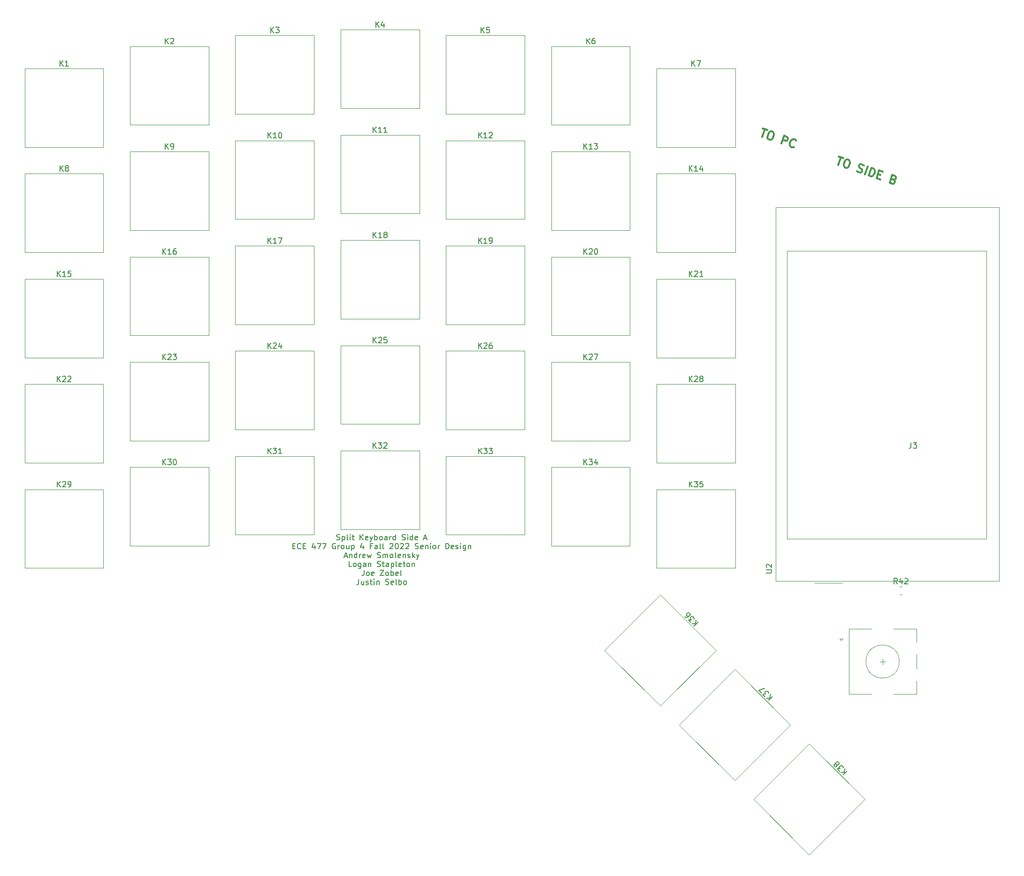
<source format=gbr>
%TF.GenerationSoftware,KiCad,Pcbnew,(6.0.7-1)-1*%
%TF.CreationDate,2022-10-21T17:23:08-04:00*%
%TF.ProjectId,Splitboard-A,53706c69-7462-46f6-9172-642d412e6b69,rev?*%
%TF.SameCoordinates,Original*%
%TF.FileFunction,Legend,Top*%
%TF.FilePolarity,Positive*%
%FSLAX46Y46*%
G04 Gerber Fmt 4.6, Leading zero omitted, Abs format (unit mm)*
G04 Created by KiCad (PCBNEW (6.0.7-1)-1) date 2022-10-21 17:23:08*
%MOMM*%
%LPD*%
G01*
G04 APERTURE LIST*
%ADD10C,0.300000*%
%ADD11C,0.150000*%
%ADD12C,0.120000*%
G04 APERTURE END LIST*
D10*
X231043927Y-43721200D02*
X231854371Y-44000258D01*
X230960797Y-45279007D02*
X231449149Y-43860729D01*
X232597279Y-44256062D02*
X232867427Y-44349081D01*
X232979246Y-44463128D01*
X233067810Y-44644712D01*
X233042328Y-44938115D01*
X232879544Y-45410874D01*
X232718987Y-45657767D01*
X232537403Y-45746332D01*
X232379074Y-45767359D01*
X232108926Y-45674339D01*
X231997107Y-45560293D01*
X231908543Y-45378709D01*
X231934025Y-45085306D01*
X232096809Y-44612547D01*
X232257366Y-44365653D01*
X232438950Y-44277089D01*
X232597279Y-44256062D01*
X234405186Y-46465005D02*
X234893538Y-45046727D01*
X235433834Y-45232766D01*
X235545653Y-45346813D01*
X235589936Y-45437605D01*
X235610963Y-45595934D01*
X235541198Y-45798545D01*
X235427152Y-45910364D01*
X235336360Y-45954646D01*
X235178031Y-45975673D01*
X234637734Y-45789635D01*
X236680418Y-47097342D02*
X236589626Y-47141624D01*
X236363760Y-47139396D01*
X236228686Y-47092886D01*
X236049330Y-46955585D01*
X235960765Y-46774001D01*
X235939738Y-46615672D01*
X235965220Y-46322269D01*
X236034985Y-46119658D01*
X236195541Y-45872765D01*
X236309588Y-45760945D01*
X236491172Y-45672381D01*
X236717038Y-45674609D01*
X236852112Y-45721118D01*
X237031468Y-45858420D01*
X237075751Y-45949212D01*
D11*
X154180952Y-117979761D02*
X154323809Y-118027380D01*
X154561904Y-118027380D01*
X154657142Y-117979761D01*
X154704761Y-117932142D01*
X154752380Y-117836904D01*
X154752380Y-117741666D01*
X154704761Y-117646428D01*
X154657142Y-117598809D01*
X154561904Y-117551190D01*
X154371428Y-117503571D01*
X154276190Y-117455952D01*
X154228571Y-117408333D01*
X154180952Y-117313095D01*
X154180952Y-117217857D01*
X154228571Y-117122619D01*
X154276190Y-117075000D01*
X154371428Y-117027380D01*
X154609523Y-117027380D01*
X154752380Y-117075000D01*
X155180952Y-117360714D02*
X155180952Y-118360714D01*
X155180952Y-117408333D02*
X155276190Y-117360714D01*
X155466666Y-117360714D01*
X155561904Y-117408333D01*
X155609523Y-117455952D01*
X155657142Y-117551190D01*
X155657142Y-117836904D01*
X155609523Y-117932142D01*
X155561904Y-117979761D01*
X155466666Y-118027380D01*
X155276190Y-118027380D01*
X155180952Y-117979761D01*
X156228571Y-118027380D02*
X156133333Y-117979761D01*
X156085714Y-117884523D01*
X156085714Y-117027380D01*
X156609523Y-118027380D02*
X156609523Y-117360714D01*
X156609523Y-117027380D02*
X156561904Y-117075000D01*
X156609523Y-117122619D01*
X156657142Y-117075000D01*
X156609523Y-117027380D01*
X156609523Y-117122619D01*
X156942857Y-117360714D02*
X157323809Y-117360714D01*
X157085714Y-117027380D02*
X157085714Y-117884523D01*
X157133333Y-117979761D01*
X157228571Y-118027380D01*
X157323809Y-118027380D01*
X158419047Y-118027380D02*
X158419047Y-117027380D01*
X158990476Y-118027380D02*
X158561904Y-117455952D01*
X158990476Y-117027380D02*
X158419047Y-117598809D01*
X159800000Y-117979761D02*
X159704761Y-118027380D01*
X159514285Y-118027380D01*
X159419047Y-117979761D01*
X159371428Y-117884523D01*
X159371428Y-117503571D01*
X159419047Y-117408333D01*
X159514285Y-117360714D01*
X159704761Y-117360714D01*
X159800000Y-117408333D01*
X159847619Y-117503571D01*
X159847619Y-117598809D01*
X159371428Y-117694047D01*
X160180952Y-117360714D02*
X160419047Y-118027380D01*
X160657142Y-117360714D02*
X160419047Y-118027380D01*
X160323809Y-118265476D01*
X160276190Y-118313095D01*
X160180952Y-118360714D01*
X161038095Y-118027380D02*
X161038095Y-117027380D01*
X161038095Y-117408333D02*
X161133333Y-117360714D01*
X161323809Y-117360714D01*
X161419047Y-117408333D01*
X161466666Y-117455952D01*
X161514285Y-117551190D01*
X161514285Y-117836904D01*
X161466666Y-117932142D01*
X161419047Y-117979761D01*
X161323809Y-118027380D01*
X161133333Y-118027380D01*
X161038095Y-117979761D01*
X162085714Y-118027380D02*
X161990476Y-117979761D01*
X161942857Y-117932142D01*
X161895238Y-117836904D01*
X161895238Y-117551190D01*
X161942857Y-117455952D01*
X161990476Y-117408333D01*
X162085714Y-117360714D01*
X162228571Y-117360714D01*
X162323809Y-117408333D01*
X162371428Y-117455952D01*
X162419047Y-117551190D01*
X162419047Y-117836904D01*
X162371428Y-117932142D01*
X162323809Y-117979761D01*
X162228571Y-118027380D01*
X162085714Y-118027380D01*
X163276190Y-118027380D02*
X163276190Y-117503571D01*
X163228571Y-117408333D01*
X163133333Y-117360714D01*
X162942857Y-117360714D01*
X162847619Y-117408333D01*
X163276190Y-117979761D02*
X163180952Y-118027380D01*
X162942857Y-118027380D01*
X162847619Y-117979761D01*
X162800000Y-117884523D01*
X162800000Y-117789285D01*
X162847619Y-117694047D01*
X162942857Y-117646428D01*
X163180952Y-117646428D01*
X163276190Y-117598809D01*
X163752380Y-118027380D02*
X163752380Y-117360714D01*
X163752380Y-117551190D02*
X163800000Y-117455952D01*
X163847619Y-117408333D01*
X163942857Y-117360714D01*
X164038095Y-117360714D01*
X164800000Y-118027380D02*
X164800000Y-117027380D01*
X164800000Y-117979761D02*
X164704761Y-118027380D01*
X164514285Y-118027380D01*
X164419047Y-117979761D01*
X164371428Y-117932142D01*
X164323809Y-117836904D01*
X164323809Y-117551190D01*
X164371428Y-117455952D01*
X164419047Y-117408333D01*
X164514285Y-117360714D01*
X164704761Y-117360714D01*
X164800000Y-117408333D01*
X165990476Y-117979761D02*
X166133333Y-118027380D01*
X166371428Y-118027380D01*
X166466666Y-117979761D01*
X166514285Y-117932142D01*
X166561904Y-117836904D01*
X166561904Y-117741666D01*
X166514285Y-117646428D01*
X166466666Y-117598809D01*
X166371428Y-117551190D01*
X166180952Y-117503571D01*
X166085714Y-117455952D01*
X166038095Y-117408333D01*
X165990476Y-117313095D01*
X165990476Y-117217857D01*
X166038095Y-117122619D01*
X166085714Y-117075000D01*
X166180952Y-117027380D01*
X166419047Y-117027380D01*
X166561904Y-117075000D01*
X166990476Y-118027380D02*
X166990476Y-117360714D01*
X166990476Y-117027380D02*
X166942857Y-117075000D01*
X166990476Y-117122619D01*
X167038095Y-117075000D01*
X166990476Y-117027380D01*
X166990476Y-117122619D01*
X167895238Y-118027380D02*
X167895238Y-117027380D01*
X167895238Y-117979761D02*
X167800000Y-118027380D01*
X167609523Y-118027380D01*
X167514285Y-117979761D01*
X167466666Y-117932142D01*
X167419047Y-117836904D01*
X167419047Y-117551190D01*
X167466666Y-117455952D01*
X167514285Y-117408333D01*
X167609523Y-117360714D01*
X167800000Y-117360714D01*
X167895238Y-117408333D01*
X168752380Y-117979761D02*
X168657142Y-118027380D01*
X168466666Y-118027380D01*
X168371428Y-117979761D01*
X168323809Y-117884523D01*
X168323809Y-117503571D01*
X168371428Y-117408333D01*
X168466666Y-117360714D01*
X168657142Y-117360714D01*
X168752380Y-117408333D01*
X168800000Y-117503571D01*
X168800000Y-117598809D01*
X168323809Y-117694047D01*
X169942857Y-117741666D02*
X170419047Y-117741666D01*
X169847619Y-118027380D02*
X170180952Y-117027380D01*
X170514285Y-118027380D01*
X146252380Y-119113571D02*
X146585714Y-119113571D01*
X146728571Y-119637380D02*
X146252380Y-119637380D01*
X146252380Y-118637380D01*
X146728571Y-118637380D01*
X147728571Y-119542142D02*
X147680952Y-119589761D01*
X147538095Y-119637380D01*
X147442857Y-119637380D01*
X147300000Y-119589761D01*
X147204761Y-119494523D01*
X147157142Y-119399285D01*
X147109523Y-119208809D01*
X147109523Y-119065952D01*
X147157142Y-118875476D01*
X147204761Y-118780238D01*
X147300000Y-118685000D01*
X147442857Y-118637380D01*
X147538095Y-118637380D01*
X147680952Y-118685000D01*
X147728571Y-118732619D01*
X148157142Y-119113571D02*
X148490476Y-119113571D01*
X148633333Y-119637380D02*
X148157142Y-119637380D01*
X148157142Y-118637380D01*
X148633333Y-118637380D01*
X150252380Y-118970714D02*
X150252380Y-119637380D01*
X150014285Y-118589761D02*
X149776190Y-119304047D01*
X150395238Y-119304047D01*
X150680952Y-118637380D02*
X151347619Y-118637380D01*
X150919047Y-119637380D01*
X151633333Y-118637380D02*
X152300000Y-118637380D01*
X151871428Y-119637380D01*
X153966666Y-118685000D02*
X153871428Y-118637380D01*
X153728571Y-118637380D01*
X153585714Y-118685000D01*
X153490476Y-118780238D01*
X153442857Y-118875476D01*
X153395238Y-119065952D01*
X153395238Y-119208809D01*
X153442857Y-119399285D01*
X153490476Y-119494523D01*
X153585714Y-119589761D01*
X153728571Y-119637380D01*
X153823809Y-119637380D01*
X153966666Y-119589761D01*
X154014285Y-119542142D01*
X154014285Y-119208809D01*
X153823809Y-119208809D01*
X154442857Y-119637380D02*
X154442857Y-118970714D01*
X154442857Y-119161190D02*
X154490476Y-119065952D01*
X154538095Y-119018333D01*
X154633333Y-118970714D01*
X154728571Y-118970714D01*
X155204761Y-119637380D02*
X155109523Y-119589761D01*
X155061904Y-119542142D01*
X155014285Y-119446904D01*
X155014285Y-119161190D01*
X155061904Y-119065952D01*
X155109523Y-119018333D01*
X155204761Y-118970714D01*
X155347619Y-118970714D01*
X155442857Y-119018333D01*
X155490476Y-119065952D01*
X155538095Y-119161190D01*
X155538095Y-119446904D01*
X155490476Y-119542142D01*
X155442857Y-119589761D01*
X155347619Y-119637380D01*
X155204761Y-119637380D01*
X156395238Y-118970714D02*
X156395238Y-119637380D01*
X155966666Y-118970714D02*
X155966666Y-119494523D01*
X156014285Y-119589761D01*
X156109523Y-119637380D01*
X156252380Y-119637380D01*
X156347619Y-119589761D01*
X156395238Y-119542142D01*
X156871428Y-118970714D02*
X156871428Y-119970714D01*
X156871428Y-119018333D02*
X156966666Y-118970714D01*
X157157142Y-118970714D01*
X157252380Y-119018333D01*
X157300000Y-119065952D01*
X157347619Y-119161190D01*
X157347619Y-119446904D01*
X157300000Y-119542142D01*
X157252380Y-119589761D01*
X157157142Y-119637380D01*
X156966666Y-119637380D01*
X156871428Y-119589761D01*
X158966666Y-118970714D02*
X158966666Y-119637380D01*
X158728571Y-118589761D02*
X158490476Y-119304047D01*
X159109523Y-119304047D01*
X160585714Y-119113571D02*
X160252380Y-119113571D01*
X160252380Y-119637380D02*
X160252380Y-118637380D01*
X160728571Y-118637380D01*
X161538095Y-119637380D02*
X161538095Y-119113571D01*
X161490476Y-119018333D01*
X161395238Y-118970714D01*
X161204761Y-118970714D01*
X161109523Y-119018333D01*
X161538095Y-119589761D02*
X161442857Y-119637380D01*
X161204761Y-119637380D01*
X161109523Y-119589761D01*
X161061904Y-119494523D01*
X161061904Y-119399285D01*
X161109523Y-119304047D01*
X161204761Y-119256428D01*
X161442857Y-119256428D01*
X161538095Y-119208809D01*
X162157142Y-119637380D02*
X162061904Y-119589761D01*
X162014285Y-119494523D01*
X162014285Y-118637380D01*
X162680952Y-119637380D02*
X162585714Y-119589761D01*
X162538095Y-119494523D01*
X162538095Y-118637380D01*
X163776190Y-118732619D02*
X163823809Y-118685000D01*
X163919047Y-118637380D01*
X164157142Y-118637380D01*
X164252380Y-118685000D01*
X164299999Y-118732619D01*
X164347619Y-118827857D01*
X164347619Y-118923095D01*
X164299999Y-119065952D01*
X163728571Y-119637380D01*
X164347619Y-119637380D01*
X164966666Y-118637380D02*
X165061904Y-118637380D01*
X165157142Y-118685000D01*
X165204761Y-118732619D01*
X165252380Y-118827857D01*
X165299999Y-119018333D01*
X165299999Y-119256428D01*
X165252380Y-119446904D01*
X165204761Y-119542142D01*
X165157142Y-119589761D01*
X165061904Y-119637380D01*
X164966666Y-119637380D01*
X164871428Y-119589761D01*
X164823809Y-119542142D01*
X164776190Y-119446904D01*
X164728571Y-119256428D01*
X164728571Y-119018333D01*
X164776190Y-118827857D01*
X164823809Y-118732619D01*
X164871428Y-118685000D01*
X164966666Y-118637380D01*
X165680952Y-118732619D02*
X165728571Y-118685000D01*
X165823809Y-118637380D01*
X166061904Y-118637380D01*
X166157142Y-118685000D01*
X166204761Y-118732619D01*
X166252380Y-118827857D01*
X166252380Y-118923095D01*
X166204761Y-119065952D01*
X165633333Y-119637380D01*
X166252380Y-119637380D01*
X166633333Y-118732619D02*
X166680952Y-118685000D01*
X166776190Y-118637380D01*
X167014285Y-118637380D01*
X167109523Y-118685000D01*
X167157142Y-118732619D01*
X167204761Y-118827857D01*
X167204761Y-118923095D01*
X167157142Y-119065952D01*
X166585714Y-119637380D01*
X167204761Y-119637380D01*
X168347619Y-119589761D02*
X168490476Y-119637380D01*
X168728571Y-119637380D01*
X168823809Y-119589761D01*
X168871428Y-119542142D01*
X168919047Y-119446904D01*
X168919047Y-119351666D01*
X168871428Y-119256428D01*
X168823809Y-119208809D01*
X168728571Y-119161190D01*
X168538095Y-119113571D01*
X168442857Y-119065952D01*
X168395238Y-119018333D01*
X168347619Y-118923095D01*
X168347619Y-118827857D01*
X168395238Y-118732619D01*
X168442857Y-118685000D01*
X168538095Y-118637380D01*
X168776190Y-118637380D01*
X168919047Y-118685000D01*
X169728571Y-119589761D02*
X169633333Y-119637380D01*
X169442857Y-119637380D01*
X169347619Y-119589761D01*
X169299999Y-119494523D01*
X169299999Y-119113571D01*
X169347619Y-119018333D01*
X169442857Y-118970714D01*
X169633333Y-118970714D01*
X169728571Y-119018333D01*
X169776190Y-119113571D01*
X169776190Y-119208809D01*
X169299999Y-119304047D01*
X170204761Y-118970714D02*
X170204761Y-119637380D01*
X170204761Y-119065952D02*
X170252380Y-119018333D01*
X170347619Y-118970714D01*
X170490476Y-118970714D01*
X170585714Y-119018333D01*
X170633333Y-119113571D01*
X170633333Y-119637380D01*
X171109523Y-119637380D02*
X171109523Y-118970714D01*
X171109523Y-118637380D02*
X171061904Y-118685000D01*
X171109523Y-118732619D01*
X171157142Y-118685000D01*
X171109523Y-118637380D01*
X171109523Y-118732619D01*
X171728571Y-119637380D02*
X171633333Y-119589761D01*
X171585714Y-119542142D01*
X171538095Y-119446904D01*
X171538095Y-119161190D01*
X171585714Y-119065952D01*
X171633333Y-119018333D01*
X171728571Y-118970714D01*
X171871428Y-118970714D01*
X171966666Y-119018333D01*
X172014285Y-119065952D01*
X172061904Y-119161190D01*
X172061904Y-119446904D01*
X172014285Y-119542142D01*
X171966666Y-119589761D01*
X171871428Y-119637380D01*
X171728571Y-119637380D01*
X172490476Y-119637380D02*
X172490476Y-118970714D01*
X172490476Y-119161190D02*
X172538095Y-119065952D01*
X172585714Y-119018333D01*
X172680952Y-118970714D01*
X172776190Y-118970714D01*
X173871428Y-119637380D02*
X173871428Y-118637380D01*
X174109523Y-118637380D01*
X174252380Y-118685000D01*
X174347619Y-118780238D01*
X174395238Y-118875476D01*
X174442857Y-119065952D01*
X174442857Y-119208809D01*
X174395238Y-119399285D01*
X174347619Y-119494523D01*
X174252380Y-119589761D01*
X174109523Y-119637380D01*
X173871428Y-119637380D01*
X175252380Y-119589761D02*
X175157142Y-119637380D01*
X174966666Y-119637380D01*
X174871428Y-119589761D01*
X174823809Y-119494523D01*
X174823809Y-119113571D01*
X174871428Y-119018333D01*
X174966666Y-118970714D01*
X175157142Y-118970714D01*
X175252380Y-119018333D01*
X175299999Y-119113571D01*
X175299999Y-119208809D01*
X174823809Y-119304047D01*
X175680952Y-119589761D02*
X175776190Y-119637380D01*
X175966666Y-119637380D01*
X176061904Y-119589761D01*
X176109523Y-119494523D01*
X176109523Y-119446904D01*
X176061904Y-119351666D01*
X175966666Y-119304047D01*
X175823809Y-119304047D01*
X175728571Y-119256428D01*
X175680952Y-119161190D01*
X175680952Y-119113571D01*
X175728571Y-119018333D01*
X175823809Y-118970714D01*
X175966666Y-118970714D01*
X176061904Y-119018333D01*
X176538095Y-119637380D02*
X176538095Y-118970714D01*
X176538095Y-118637380D02*
X176490476Y-118685000D01*
X176538095Y-118732619D01*
X176585714Y-118685000D01*
X176538095Y-118637380D01*
X176538095Y-118732619D01*
X177442857Y-118970714D02*
X177442857Y-119780238D01*
X177395238Y-119875476D01*
X177347619Y-119923095D01*
X177252380Y-119970714D01*
X177109523Y-119970714D01*
X177014285Y-119923095D01*
X177442857Y-119589761D02*
X177347619Y-119637380D01*
X177157142Y-119637380D01*
X177061904Y-119589761D01*
X177014285Y-119542142D01*
X176966666Y-119446904D01*
X176966666Y-119161190D01*
X177014285Y-119065952D01*
X177061904Y-119018333D01*
X177157142Y-118970714D01*
X177347619Y-118970714D01*
X177442857Y-119018333D01*
X177919047Y-118970714D02*
X177919047Y-119637380D01*
X177919047Y-119065952D02*
X177966666Y-119018333D01*
X178061904Y-118970714D01*
X178204761Y-118970714D01*
X178299999Y-119018333D01*
X178347619Y-119113571D01*
X178347619Y-119637380D01*
X155585714Y-120961666D02*
X156061904Y-120961666D01*
X155490476Y-121247380D02*
X155823809Y-120247380D01*
X156157142Y-121247380D01*
X156490476Y-120580714D02*
X156490476Y-121247380D01*
X156490476Y-120675952D02*
X156538095Y-120628333D01*
X156633333Y-120580714D01*
X156776190Y-120580714D01*
X156871428Y-120628333D01*
X156919047Y-120723571D01*
X156919047Y-121247380D01*
X157823809Y-121247380D02*
X157823809Y-120247380D01*
X157823809Y-121199761D02*
X157728571Y-121247380D01*
X157538095Y-121247380D01*
X157442857Y-121199761D01*
X157395238Y-121152142D01*
X157347619Y-121056904D01*
X157347619Y-120771190D01*
X157395238Y-120675952D01*
X157442857Y-120628333D01*
X157538095Y-120580714D01*
X157728571Y-120580714D01*
X157823809Y-120628333D01*
X158300000Y-121247380D02*
X158300000Y-120580714D01*
X158300000Y-120771190D02*
X158347619Y-120675952D01*
X158395238Y-120628333D01*
X158490476Y-120580714D01*
X158585714Y-120580714D01*
X159300000Y-121199761D02*
X159204761Y-121247380D01*
X159014285Y-121247380D01*
X158919047Y-121199761D01*
X158871428Y-121104523D01*
X158871428Y-120723571D01*
X158919047Y-120628333D01*
X159014285Y-120580714D01*
X159204761Y-120580714D01*
X159300000Y-120628333D01*
X159347619Y-120723571D01*
X159347619Y-120818809D01*
X158871428Y-120914047D01*
X159680952Y-120580714D02*
X159871428Y-121247380D01*
X160061904Y-120771190D01*
X160252380Y-121247380D01*
X160442857Y-120580714D01*
X161538095Y-121199761D02*
X161680952Y-121247380D01*
X161919047Y-121247380D01*
X162014285Y-121199761D01*
X162061904Y-121152142D01*
X162109523Y-121056904D01*
X162109523Y-120961666D01*
X162061904Y-120866428D01*
X162014285Y-120818809D01*
X161919047Y-120771190D01*
X161728571Y-120723571D01*
X161633333Y-120675952D01*
X161585714Y-120628333D01*
X161538095Y-120533095D01*
X161538095Y-120437857D01*
X161585714Y-120342619D01*
X161633333Y-120295000D01*
X161728571Y-120247380D01*
X161966666Y-120247380D01*
X162109523Y-120295000D01*
X162538095Y-121247380D02*
X162538095Y-120580714D01*
X162538095Y-120675952D02*
X162585714Y-120628333D01*
X162680952Y-120580714D01*
X162823809Y-120580714D01*
X162919047Y-120628333D01*
X162966666Y-120723571D01*
X162966666Y-121247380D01*
X162966666Y-120723571D02*
X163014285Y-120628333D01*
X163109523Y-120580714D01*
X163252380Y-120580714D01*
X163347619Y-120628333D01*
X163395238Y-120723571D01*
X163395238Y-121247380D01*
X164014285Y-121247380D02*
X163919047Y-121199761D01*
X163871428Y-121152142D01*
X163823809Y-121056904D01*
X163823809Y-120771190D01*
X163871428Y-120675952D01*
X163919047Y-120628333D01*
X164014285Y-120580714D01*
X164157142Y-120580714D01*
X164252380Y-120628333D01*
X164300000Y-120675952D01*
X164347619Y-120771190D01*
X164347619Y-121056904D01*
X164300000Y-121152142D01*
X164252380Y-121199761D01*
X164157142Y-121247380D01*
X164014285Y-121247380D01*
X164919047Y-121247380D02*
X164823809Y-121199761D01*
X164776190Y-121104523D01*
X164776190Y-120247380D01*
X165680952Y-121199761D02*
X165585714Y-121247380D01*
X165395238Y-121247380D01*
X165300000Y-121199761D01*
X165252380Y-121104523D01*
X165252380Y-120723571D01*
X165300000Y-120628333D01*
X165395238Y-120580714D01*
X165585714Y-120580714D01*
X165680952Y-120628333D01*
X165728571Y-120723571D01*
X165728571Y-120818809D01*
X165252380Y-120914047D01*
X166157142Y-120580714D02*
X166157142Y-121247380D01*
X166157142Y-120675952D02*
X166204761Y-120628333D01*
X166300000Y-120580714D01*
X166442857Y-120580714D01*
X166538095Y-120628333D01*
X166585714Y-120723571D01*
X166585714Y-121247380D01*
X167014285Y-121199761D02*
X167109523Y-121247380D01*
X167300000Y-121247380D01*
X167395238Y-121199761D01*
X167442857Y-121104523D01*
X167442857Y-121056904D01*
X167395238Y-120961666D01*
X167300000Y-120914047D01*
X167157142Y-120914047D01*
X167061904Y-120866428D01*
X167014285Y-120771190D01*
X167014285Y-120723571D01*
X167061904Y-120628333D01*
X167157142Y-120580714D01*
X167300000Y-120580714D01*
X167395238Y-120628333D01*
X167871428Y-121247380D02*
X167871428Y-120247380D01*
X167966666Y-120866428D02*
X168252380Y-121247380D01*
X168252380Y-120580714D02*
X167871428Y-120961666D01*
X168585714Y-120580714D02*
X168823809Y-121247380D01*
X169061904Y-120580714D02*
X168823809Y-121247380D01*
X168728571Y-121485476D01*
X168680952Y-121533095D01*
X168585714Y-121580714D01*
X156871428Y-122857380D02*
X156395238Y-122857380D01*
X156395238Y-121857380D01*
X157347619Y-122857380D02*
X157252380Y-122809761D01*
X157204761Y-122762142D01*
X157157142Y-122666904D01*
X157157142Y-122381190D01*
X157204761Y-122285952D01*
X157252380Y-122238333D01*
X157347619Y-122190714D01*
X157490476Y-122190714D01*
X157585714Y-122238333D01*
X157633333Y-122285952D01*
X157680952Y-122381190D01*
X157680952Y-122666904D01*
X157633333Y-122762142D01*
X157585714Y-122809761D01*
X157490476Y-122857380D01*
X157347619Y-122857380D01*
X158538095Y-122190714D02*
X158538095Y-123000238D01*
X158490476Y-123095476D01*
X158442857Y-123143095D01*
X158347619Y-123190714D01*
X158204761Y-123190714D01*
X158109523Y-123143095D01*
X158538095Y-122809761D02*
X158442857Y-122857380D01*
X158252380Y-122857380D01*
X158157142Y-122809761D01*
X158109523Y-122762142D01*
X158061904Y-122666904D01*
X158061904Y-122381190D01*
X158109523Y-122285952D01*
X158157142Y-122238333D01*
X158252380Y-122190714D01*
X158442857Y-122190714D01*
X158538095Y-122238333D01*
X159442857Y-122857380D02*
X159442857Y-122333571D01*
X159395238Y-122238333D01*
X159300000Y-122190714D01*
X159109523Y-122190714D01*
X159014285Y-122238333D01*
X159442857Y-122809761D02*
X159347619Y-122857380D01*
X159109523Y-122857380D01*
X159014285Y-122809761D01*
X158966666Y-122714523D01*
X158966666Y-122619285D01*
X159014285Y-122524047D01*
X159109523Y-122476428D01*
X159347619Y-122476428D01*
X159442857Y-122428809D01*
X159919047Y-122190714D02*
X159919047Y-122857380D01*
X159919047Y-122285952D02*
X159966666Y-122238333D01*
X160061904Y-122190714D01*
X160204761Y-122190714D01*
X160300000Y-122238333D01*
X160347619Y-122333571D01*
X160347619Y-122857380D01*
X161538095Y-122809761D02*
X161680952Y-122857380D01*
X161919047Y-122857380D01*
X162014285Y-122809761D01*
X162061904Y-122762142D01*
X162109523Y-122666904D01*
X162109523Y-122571666D01*
X162061904Y-122476428D01*
X162014285Y-122428809D01*
X161919047Y-122381190D01*
X161728571Y-122333571D01*
X161633333Y-122285952D01*
X161585714Y-122238333D01*
X161538095Y-122143095D01*
X161538095Y-122047857D01*
X161585714Y-121952619D01*
X161633333Y-121905000D01*
X161728571Y-121857380D01*
X161966666Y-121857380D01*
X162109523Y-121905000D01*
X162395238Y-122190714D02*
X162776190Y-122190714D01*
X162538095Y-121857380D02*
X162538095Y-122714523D01*
X162585714Y-122809761D01*
X162680952Y-122857380D01*
X162776190Y-122857380D01*
X163538095Y-122857380D02*
X163538095Y-122333571D01*
X163490476Y-122238333D01*
X163395238Y-122190714D01*
X163204761Y-122190714D01*
X163109523Y-122238333D01*
X163538095Y-122809761D02*
X163442857Y-122857380D01*
X163204761Y-122857380D01*
X163109523Y-122809761D01*
X163061904Y-122714523D01*
X163061904Y-122619285D01*
X163109523Y-122524047D01*
X163204761Y-122476428D01*
X163442857Y-122476428D01*
X163538095Y-122428809D01*
X164014285Y-122190714D02*
X164014285Y-123190714D01*
X164014285Y-122238333D02*
X164109523Y-122190714D01*
X164300000Y-122190714D01*
X164395238Y-122238333D01*
X164442857Y-122285952D01*
X164490476Y-122381190D01*
X164490476Y-122666904D01*
X164442857Y-122762142D01*
X164395238Y-122809761D01*
X164300000Y-122857380D01*
X164109523Y-122857380D01*
X164014285Y-122809761D01*
X165061904Y-122857380D02*
X164966666Y-122809761D01*
X164919047Y-122714523D01*
X164919047Y-121857380D01*
X165823809Y-122809761D02*
X165728571Y-122857380D01*
X165538095Y-122857380D01*
X165442857Y-122809761D01*
X165395238Y-122714523D01*
X165395238Y-122333571D01*
X165442857Y-122238333D01*
X165538095Y-122190714D01*
X165728571Y-122190714D01*
X165823809Y-122238333D01*
X165871428Y-122333571D01*
X165871428Y-122428809D01*
X165395238Y-122524047D01*
X166157142Y-122190714D02*
X166538095Y-122190714D01*
X166300000Y-121857380D02*
X166300000Y-122714523D01*
X166347619Y-122809761D01*
X166442857Y-122857380D01*
X166538095Y-122857380D01*
X167014285Y-122857380D02*
X166919047Y-122809761D01*
X166871428Y-122762142D01*
X166823809Y-122666904D01*
X166823809Y-122381190D01*
X166871428Y-122285952D01*
X166919047Y-122238333D01*
X167014285Y-122190714D01*
X167157142Y-122190714D01*
X167252380Y-122238333D01*
X167300000Y-122285952D01*
X167347619Y-122381190D01*
X167347619Y-122666904D01*
X167300000Y-122762142D01*
X167252380Y-122809761D01*
X167157142Y-122857380D01*
X167014285Y-122857380D01*
X167776190Y-122190714D02*
X167776190Y-122857380D01*
X167776190Y-122285952D02*
X167823809Y-122238333D01*
X167919047Y-122190714D01*
X168061904Y-122190714D01*
X168157142Y-122238333D01*
X168204761Y-122333571D01*
X168204761Y-122857380D01*
X159109523Y-123467380D02*
X159109523Y-124181666D01*
X159061904Y-124324523D01*
X158966666Y-124419761D01*
X158823809Y-124467380D01*
X158728571Y-124467380D01*
X159728571Y-124467380D02*
X159633333Y-124419761D01*
X159585714Y-124372142D01*
X159538095Y-124276904D01*
X159538095Y-123991190D01*
X159585714Y-123895952D01*
X159633333Y-123848333D01*
X159728571Y-123800714D01*
X159871428Y-123800714D01*
X159966666Y-123848333D01*
X160014285Y-123895952D01*
X160061904Y-123991190D01*
X160061904Y-124276904D01*
X160014285Y-124372142D01*
X159966666Y-124419761D01*
X159871428Y-124467380D01*
X159728571Y-124467380D01*
X160871428Y-124419761D02*
X160776190Y-124467380D01*
X160585714Y-124467380D01*
X160490476Y-124419761D01*
X160442857Y-124324523D01*
X160442857Y-123943571D01*
X160490476Y-123848333D01*
X160585714Y-123800714D01*
X160776190Y-123800714D01*
X160871428Y-123848333D01*
X160919047Y-123943571D01*
X160919047Y-124038809D01*
X160442857Y-124134047D01*
X162014285Y-123467380D02*
X162680952Y-123467380D01*
X162014285Y-124467380D01*
X162680952Y-124467380D01*
X163204761Y-124467380D02*
X163109523Y-124419761D01*
X163061904Y-124372142D01*
X163014285Y-124276904D01*
X163014285Y-123991190D01*
X163061904Y-123895952D01*
X163109523Y-123848333D01*
X163204761Y-123800714D01*
X163347619Y-123800714D01*
X163442857Y-123848333D01*
X163490476Y-123895952D01*
X163538095Y-123991190D01*
X163538095Y-124276904D01*
X163490476Y-124372142D01*
X163442857Y-124419761D01*
X163347619Y-124467380D01*
X163204761Y-124467380D01*
X163966666Y-124467380D02*
X163966666Y-123467380D01*
X163966666Y-123848333D02*
X164061904Y-123800714D01*
X164252380Y-123800714D01*
X164347619Y-123848333D01*
X164395238Y-123895952D01*
X164442857Y-123991190D01*
X164442857Y-124276904D01*
X164395238Y-124372142D01*
X164347619Y-124419761D01*
X164252380Y-124467380D01*
X164061904Y-124467380D01*
X163966666Y-124419761D01*
X165252380Y-124419761D02*
X165157142Y-124467380D01*
X164966666Y-124467380D01*
X164871428Y-124419761D01*
X164823809Y-124324523D01*
X164823809Y-123943571D01*
X164871428Y-123848333D01*
X164966666Y-123800714D01*
X165157142Y-123800714D01*
X165252380Y-123848333D01*
X165300000Y-123943571D01*
X165300000Y-124038809D01*
X164823809Y-124134047D01*
X165871428Y-124467380D02*
X165776190Y-124419761D01*
X165728571Y-124324523D01*
X165728571Y-123467380D01*
X158157142Y-125077380D02*
X158157142Y-125791666D01*
X158109523Y-125934523D01*
X158014285Y-126029761D01*
X157871428Y-126077380D01*
X157776190Y-126077380D01*
X159061904Y-125410714D02*
X159061904Y-126077380D01*
X158633333Y-125410714D02*
X158633333Y-125934523D01*
X158680952Y-126029761D01*
X158776190Y-126077380D01*
X158919047Y-126077380D01*
X159014285Y-126029761D01*
X159061904Y-125982142D01*
X159490476Y-126029761D02*
X159585714Y-126077380D01*
X159776190Y-126077380D01*
X159871428Y-126029761D01*
X159919047Y-125934523D01*
X159919047Y-125886904D01*
X159871428Y-125791666D01*
X159776190Y-125744047D01*
X159633333Y-125744047D01*
X159538095Y-125696428D01*
X159490476Y-125601190D01*
X159490476Y-125553571D01*
X159538095Y-125458333D01*
X159633333Y-125410714D01*
X159776190Y-125410714D01*
X159871428Y-125458333D01*
X160204761Y-125410714D02*
X160585714Y-125410714D01*
X160347619Y-125077380D02*
X160347619Y-125934523D01*
X160395238Y-126029761D01*
X160490476Y-126077380D01*
X160585714Y-126077380D01*
X160919047Y-126077380D02*
X160919047Y-125410714D01*
X160919047Y-125077380D02*
X160871428Y-125125000D01*
X160919047Y-125172619D01*
X160966666Y-125125000D01*
X160919047Y-125077380D01*
X160919047Y-125172619D01*
X161395238Y-125410714D02*
X161395238Y-126077380D01*
X161395238Y-125505952D02*
X161442857Y-125458333D01*
X161538095Y-125410714D01*
X161680952Y-125410714D01*
X161776190Y-125458333D01*
X161823809Y-125553571D01*
X161823809Y-126077380D01*
X163014285Y-126029761D02*
X163157142Y-126077380D01*
X163395238Y-126077380D01*
X163490476Y-126029761D01*
X163538095Y-125982142D01*
X163585714Y-125886904D01*
X163585714Y-125791666D01*
X163538095Y-125696428D01*
X163490476Y-125648809D01*
X163395238Y-125601190D01*
X163204761Y-125553571D01*
X163109523Y-125505952D01*
X163061904Y-125458333D01*
X163014285Y-125363095D01*
X163014285Y-125267857D01*
X163061904Y-125172619D01*
X163109523Y-125125000D01*
X163204761Y-125077380D01*
X163442857Y-125077380D01*
X163585714Y-125125000D01*
X164395238Y-126029761D02*
X164300000Y-126077380D01*
X164109523Y-126077380D01*
X164014285Y-126029761D01*
X163966666Y-125934523D01*
X163966666Y-125553571D01*
X164014285Y-125458333D01*
X164109523Y-125410714D01*
X164300000Y-125410714D01*
X164395238Y-125458333D01*
X164442857Y-125553571D01*
X164442857Y-125648809D01*
X163966666Y-125744047D01*
X165014285Y-126077380D02*
X164919047Y-126029761D01*
X164871428Y-125934523D01*
X164871428Y-125077380D01*
X165395238Y-126077380D02*
X165395238Y-125077380D01*
X165395238Y-125458333D02*
X165490476Y-125410714D01*
X165680952Y-125410714D01*
X165776190Y-125458333D01*
X165823809Y-125505952D01*
X165871428Y-125601190D01*
X165871428Y-125886904D01*
X165823809Y-125982142D01*
X165776190Y-126029761D01*
X165680952Y-126077380D01*
X165490476Y-126077380D01*
X165395238Y-126029761D01*
X166442857Y-126077380D02*
X166347619Y-126029761D01*
X166300000Y-125982142D01*
X166252380Y-125886904D01*
X166252380Y-125601190D01*
X166300000Y-125505952D01*
X166347619Y-125458333D01*
X166442857Y-125410714D01*
X166585714Y-125410714D01*
X166680952Y-125458333D01*
X166728571Y-125505952D01*
X166776190Y-125601190D01*
X166776190Y-125886904D01*
X166728571Y-125982142D01*
X166680952Y-126029761D01*
X166585714Y-126077380D01*
X166442857Y-126077380D01*
D10*
X244765773Y-48797816D02*
X245576217Y-49076875D01*
X244682643Y-50355623D02*
X245170995Y-48937346D01*
X246319125Y-49332678D02*
X246589273Y-49425698D01*
X246701092Y-49539745D01*
X246789656Y-49721328D01*
X246764174Y-50014731D01*
X246601390Y-50487491D01*
X246440833Y-50734384D01*
X246259250Y-50822948D01*
X246100921Y-50843976D01*
X245830772Y-50750956D01*
X245718953Y-50636909D01*
X245630389Y-50455326D01*
X245655871Y-50161923D01*
X245818655Y-49689163D01*
X245979212Y-49442270D01*
X246160796Y-49353706D01*
X246319125Y-49332678D01*
X248082750Y-51450830D02*
X248262106Y-51588131D01*
X248599791Y-51704406D01*
X248758120Y-51683378D01*
X248848912Y-51639096D01*
X248962959Y-51527277D01*
X249009469Y-51392203D01*
X248988441Y-51233874D01*
X248944159Y-51143082D01*
X248832340Y-51029035D01*
X248585447Y-50868479D01*
X248473627Y-50754432D01*
X248429345Y-50663640D01*
X248408318Y-50505311D01*
X248454828Y-50370237D01*
X248568874Y-50258418D01*
X248659666Y-50214136D01*
X248817995Y-50193108D01*
X249155680Y-50309383D01*
X249335037Y-50446684D01*
X249477773Y-52006719D02*
X249966125Y-50588441D01*
X250153143Y-52239268D02*
X250641495Y-50820990D01*
X250979181Y-50937264D01*
X251158537Y-51074566D01*
X251247101Y-51256150D01*
X251268128Y-51414479D01*
X251242646Y-51707882D01*
X251172881Y-51910493D01*
X251012325Y-52157386D01*
X250898278Y-52269205D01*
X250716694Y-52357770D01*
X250490828Y-52355542D01*
X250153143Y-52239268D01*
X251827225Y-51984713D02*
X252299984Y-52147497D01*
X252246791Y-52960169D02*
X251571421Y-52727620D01*
X252059773Y-51309342D01*
X252735144Y-51541891D01*
X254663780Y-52961417D02*
X254843136Y-53098719D01*
X254887419Y-53189511D01*
X254908446Y-53347840D01*
X254838681Y-53550451D01*
X254724635Y-53662270D01*
X254633843Y-53706552D01*
X254475514Y-53727579D01*
X253935217Y-53541540D01*
X254423570Y-52123263D01*
X254896329Y-52286047D01*
X255008148Y-52400093D01*
X255052430Y-52490885D01*
X255073458Y-52649214D01*
X255026948Y-52784288D01*
X254912901Y-52896108D01*
X254822109Y-52940390D01*
X254663780Y-52961417D01*
X254191021Y-52798633D01*
D11*
%TO.C,K28*%
X217785714Y-89452380D02*
X217785714Y-88452380D01*
X218357142Y-89452380D02*
X217928571Y-88880952D01*
X218357142Y-88452380D02*
X217785714Y-89023809D01*
X218738095Y-88547619D02*
X218785714Y-88500000D01*
X218880952Y-88452380D01*
X219119047Y-88452380D01*
X219214285Y-88500000D01*
X219261904Y-88547619D01*
X219309523Y-88642857D01*
X219309523Y-88738095D01*
X219261904Y-88880952D01*
X218690476Y-89452380D01*
X219309523Y-89452380D01*
X219880952Y-88880952D02*
X219785714Y-88833333D01*
X219738095Y-88785714D01*
X219690476Y-88690476D01*
X219690476Y-88642857D01*
X219738095Y-88547619D01*
X219785714Y-88500000D01*
X219880952Y-88452380D01*
X220071428Y-88452380D01*
X220166666Y-88500000D01*
X220214285Y-88547619D01*
X220261904Y-88642857D01*
X220261904Y-88690476D01*
X220214285Y-88785714D01*
X220166666Y-88833333D01*
X220071428Y-88880952D01*
X219880952Y-88880952D01*
X219785714Y-88928571D01*
X219738095Y-88976190D01*
X219690476Y-89071428D01*
X219690476Y-89261904D01*
X219738095Y-89357142D01*
X219785714Y-89404761D01*
X219880952Y-89452380D01*
X220071428Y-89452380D01*
X220166666Y-89404761D01*
X220214285Y-89357142D01*
X220261904Y-89261904D01*
X220261904Y-89071428D01*
X220214285Y-88976190D01*
X220166666Y-88928571D01*
X220071428Y-88880952D01*
%TO.C,K11*%
X160785714Y-44452380D02*
X160785714Y-43452380D01*
X161357142Y-44452380D02*
X160928571Y-43880952D01*
X161357142Y-43452380D02*
X160785714Y-44023809D01*
X162309523Y-44452380D02*
X161738095Y-44452380D01*
X162023809Y-44452380D02*
X162023809Y-43452380D01*
X161928571Y-43595238D01*
X161833333Y-43690476D01*
X161738095Y-43738095D01*
X163261904Y-44452380D02*
X162690476Y-44452380D01*
X162976190Y-44452380D02*
X162976190Y-43452380D01*
X162880952Y-43595238D01*
X162785714Y-43690476D01*
X162690476Y-43738095D01*
%TO.C,K33*%
X179785714Y-102452380D02*
X179785714Y-101452380D01*
X180357142Y-102452380D02*
X179928571Y-101880952D01*
X180357142Y-101452380D02*
X179785714Y-102023809D01*
X180690476Y-101452380D02*
X181309523Y-101452380D01*
X180976190Y-101833333D01*
X181119047Y-101833333D01*
X181214285Y-101880952D01*
X181261904Y-101928571D01*
X181309523Y-102023809D01*
X181309523Y-102261904D01*
X181261904Y-102357142D01*
X181214285Y-102404761D01*
X181119047Y-102452380D01*
X180833333Y-102452380D01*
X180738095Y-102404761D01*
X180690476Y-102357142D01*
X181642857Y-101452380D02*
X182261904Y-101452380D01*
X181928571Y-101833333D01*
X182071428Y-101833333D01*
X182166666Y-101880952D01*
X182214285Y-101928571D01*
X182261904Y-102023809D01*
X182261904Y-102261904D01*
X182214285Y-102357142D01*
X182166666Y-102404761D01*
X182071428Y-102452380D01*
X181785714Y-102452380D01*
X181690476Y-102404761D01*
X181642857Y-102357142D01*
%TO.C,K20*%
X198785714Y-66452380D02*
X198785714Y-65452380D01*
X199357142Y-66452380D02*
X198928571Y-65880952D01*
X199357142Y-65452380D02*
X198785714Y-66023809D01*
X199738095Y-65547619D02*
X199785714Y-65500000D01*
X199880952Y-65452380D01*
X200119047Y-65452380D01*
X200214285Y-65500000D01*
X200261904Y-65547619D01*
X200309523Y-65642857D01*
X200309523Y-65738095D01*
X200261904Y-65880952D01*
X199690476Y-66452380D01*
X200309523Y-66452380D01*
X200928571Y-65452380D02*
X201023809Y-65452380D01*
X201119047Y-65500000D01*
X201166666Y-65547619D01*
X201214285Y-65642857D01*
X201261904Y-65833333D01*
X201261904Y-66071428D01*
X201214285Y-66261904D01*
X201166666Y-66357142D01*
X201119047Y-66404761D01*
X201023809Y-66452380D01*
X200928571Y-66452380D01*
X200833333Y-66404761D01*
X200785714Y-66357142D01*
X200738095Y-66261904D01*
X200690476Y-66071428D01*
X200690476Y-65833333D01*
X200738095Y-65642857D01*
X200785714Y-65547619D01*
X200833333Y-65500000D01*
X200928571Y-65452380D01*
%TO.C,K13*%
X198785714Y-47452380D02*
X198785714Y-46452380D01*
X199357142Y-47452380D02*
X198928571Y-46880952D01*
X199357142Y-46452380D02*
X198785714Y-47023809D01*
X200309523Y-47452380D02*
X199738095Y-47452380D01*
X200023809Y-47452380D02*
X200023809Y-46452380D01*
X199928571Y-46595238D01*
X199833333Y-46690476D01*
X199738095Y-46738095D01*
X200642857Y-46452380D02*
X201261904Y-46452380D01*
X200928571Y-46833333D01*
X201071428Y-46833333D01*
X201166666Y-46880952D01*
X201214285Y-46928571D01*
X201261904Y-47023809D01*
X201261904Y-47261904D01*
X201214285Y-47357142D01*
X201166666Y-47404761D01*
X201071428Y-47452380D01*
X200785714Y-47452380D01*
X200690476Y-47404761D01*
X200642857Y-47357142D01*
%TO.C,K7*%
X218261904Y-32452380D02*
X218261904Y-31452380D01*
X218833333Y-32452380D02*
X218404761Y-31880952D01*
X218833333Y-31452380D02*
X218261904Y-32023809D01*
X219166666Y-31452380D02*
X219833333Y-31452380D01*
X219404761Y-32452380D01*
%TO.C,K17*%
X141785714Y-64452380D02*
X141785714Y-63452380D01*
X142357142Y-64452380D02*
X141928571Y-63880952D01*
X142357142Y-63452380D02*
X141785714Y-64023809D01*
X143309523Y-64452380D02*
X142738095Y-64452380D01*
X143023809Y-64452380D02*
X143023809Y-63452380D01*
X142928571Y-63595238D01*
X142833333Y-63690476D01*
X142738095Y-63738095D01*
X143642857Y-63452380D02*
X144309523Y-63452380D01*
X143880952Y-64452380D01*
%TO.C,K16*%
X122785714Y-66452380D02*
X122785714Y-65452380D01*
X123357142Y-66452380D02*
X122928571Y-65880952D01*
X123357142Y-65452380D02*
X122785714Y-66023809D01*
X124309523Y-66452380D02*
X123738095Y-66452380D01*
X124023809Y-66452380D02*
X124023809Y-65452380D01*
X123928571Y-65595238D01*
X123833333Y-65690476D01*
X123738095Y-65738095D01*
X125166666Y-65452380D02*
X124976190Y-65452380D01*
X124880952Y-65500000D01*
X124833333Y-65547619D01*
X124738095Y-65690476D01*
X124690476Y-65880952D01*
X124690476Y-66261904D01*
X124738095Y-66357142D01*
X124785714Y-66404761D01*
X124880952Y-66452380D01*
X125071428Y-66452380D01*
X125166666Y-66404761D01*
X125214285Y-66357142D01*
X125261904Y-66261904D01*
X125261904Y-66023809D01*
X125214285Y-65928571D01*
X125166666Y-65880952D01*
X125071428Y-65833333D01*
X124880952Y-65833333D01*
X124785714Y-65880952D01*
X124738095Y-65928571D01*
X124690476Y-66023809D01*
%TO.C,K37*%
X232835365Y-146277159D02*
X232128258Y-146984265D01*
X232431304Y-145873098D02*
X232330289Y-146580204D01*
X231724197Y-146580204D02*
X232532319Y-146580204D01*
X231488495Y-146344502D02*
X231050762Y-145906769D01*
X231555838Y-145873098D01*
X231454823Y-145772082D01*
X231421151Y-145671067D01*
X231421151Y-145603723D01*
X231454823Y-145502708D01*
X231623182Y-145334349D01*
X231724197Y-145300678D01*
X231791541Y-145300678D01*
X231892556Y-145334349D01*
X232094586Y-145536380D01*
X232128258Y-145637395D01*
X232128258Y-145704739D01*
X230815060Y-145671067D02*
X230343655Y-145199662D01*
X231353808Y-144795601D01*
%TO.C,U2*%
X231672380Y-123971904D02*
X232481904Y-123971904D01*
X232577142Y-123924285D01*
X232624761Y-123876666D01*
X232672380Y-123781428D01*
X232672380Y-123590952D01*
X232624761Y-123495714D01*
X232577142Y-123448095D01*
X232481904Y-123400476D01*
X231672380Y-123400476D01*
X231767619Y-122971904D02*
X231720000Y-122924285D01*
X231672380Y-122829047D01*
X231672380Y-122590952D01*
X231720000Y-122495714D01*
X231767619Y-122448095D01*
X231862857Y-122400476D01*
X231958095Y-122400476D01*
X232100952Y-122448095D01*
X232672380Y-123019523D01*
X232672380Y-122400476D01*
%TO.C,K2*%
X123261904Y-28452380D02*
X123261904Y-27452380D01*
X123833333Y-28452380D02*
X123404761Y-27880952D01*
X123833333Y-27452380D02*
X123261904Y-28023809D01*
X124214285Y-27547619D02*
X124261904Y-27500000D01*
X124357142Y-27452380D01*
X124595238Y-27452380D01*
X124690476Y-27500000D01*
X124738095Y-27547619D01*
X124785714Y-27642857D01*
X124785714Y-27738095D01*
X124738095Y-27880952D01*
X124166666Y-28452380D01*
X124785714Y-28452380D01*
%TO.C,K38*%
X246270394Y-159712188D02*
X245563287Y-160419294D01*
X245866333Y-159308127D02*
X245765318Y-160015233D01*
X245159226Y-160015233D02*
X245967348Y-160015233D01*
X244923524Y-159779531D02*
X244485791Y-159341798D01*
X244990867Y-159308127D01*
X244889852Y-159207111D01*
X244856180Y-159106096D01*
X244856180Y-159038752D01*
X244889852Y-158937737D01*
X245058211Y-158769378D01*
X245159226Y-158735707D01*
X245226570Y-158735707D01*
X245327585Y-158769378D01*
X245529615Y-158971409D01*
X245563287Y-159072424D01*
X245563287Y-159139768D01*
X244384776Y-158634691D02*
X244418447Y-158735707D01*
X244418447Y-158803050D01*
X244384776Y-158904065D01*
X244351104Y-158937737D01*
X244250089Y-158971409D01*
X244182745Y-158971409D01*
X244081730Y-158937737D01*
X243947043Y-158803050D01*
X243913371Y-158702035D01*
X243913371Y-158634691D01*
X243947043Y-158533676D01*
X243980715Y-158500004D01*
X244081730Y-158466333D01*
X244149073Y-158466333D01*
X244250089Y-158500004D01*
X244384776Y-158634691D01*
X244485791Y-158668363D01*
X244553134Y-158668363D01*
X244654150Y-158634691D01*
X244788837Y-158500004D01*
X244822508Y-158398989D01*
X244822508Y-158331646D01*
X244788837Y-158230630D01*
X244654150Y-158095943D01*
X244553134Y-158062272D01*
X244485791Y-158062272D01*
X244384776Y-158095943D01*
X244250089Y-158230630D01*
X244216417Y-158331646D01*
X244216417Y-158398989D01*
X244250089Y-158500004D01*
%TO.C,K5*%
X180261904Y-26452380D02*
X180261904Y-25452380D01*
X180833333Y-26452380D02*
X180404761Y-25880952D01*
X180833333Y-25452380D02*
X180261904Y-26023809D01*
X181738095Y-25452380D02*
X181261904Y-25452380D01*
X181214285Y-25928571D01*
X181261904Y-25880952D01*
X181357142Y-25833333D01*
X181595238Y-25833333D01*
X181690476Y-25880952D01*
X181738095Y-25928571D01*
X181785714Y-26023809D01*
X181785714Y-26261904D01*
X181738095Y-26357142D01*
X181690476Y-26404761D01*
X181595238Y-26452380D01*
X181357142Y-26452380D01*
X181261904Y-26404761D01*
X181214285Y-26357142D01*
%TO.C,K9*%
X123261904Y-47452380D02*
X123261904Y-46452380D01*
X123833333Y-47452380D02*
X123404761Y-46880952D01*
X123833333Y-46452380D02*
X123261904Y-47023809D01*
X124309523Y-47452380D02*
X124500000Y-47452380D01*
X124595238Y-47404761D01*
X124642857Y-47357142D01*
X124738095Y-47214285D01*
X124785714Y-47023809D01*
X124785714Y-46642857D01*
X124738095Y-46547619D01*
X124690476Y-46500000D01*
X124595238Y-46452380D01*
X124404761Y-46452380D01*
X124309523Y-46500000D01*
X124261904Y-46547619D01*
X124214285Y-46642857D01*
X124214285Y-46880952D01*
X124261904Y-46976190D01*
X124309523Y-47023809D01*
X124404761Y-47071428D01*
X124595238Y-47071428D01*
X124690476Y-47023809D01*
X124738095Y-46976190D01*
X124785714Y-46880952D01*
%TO.C,K32*%
X160785714Y-101452380D02*
X160785714Y-100452380D01*
X161357142Y-101452380D02*
X160928571Y-100880952D01*
X161357142Y-100452380D02*
X160785714Y-101023809D01*
X161690476Y-100452380D02*
X162309523Y-100452380D01*
X161976190Y-100833333D01*
X162119047Y-100833333D01*
X162214285Y-100880952D01*
X162261904Y-100928571D01*
X162309523Y-101023809D01*
X162309523Y-101261904D01*
X162261904Y-101357142D01*
X162214285Y-101404761D01*
X162119047Y-101452380D01*
X161833333Y-101452380D01*
X161738095Y-101404761D01*
X161690476Y-101357142D01*
X162690476Y-100547619D02*
X162738095Y-100500000D01*
X162833333Y-100452380D01*
X163071428Y-100452380D01*
X163166666Y-100500000D01*
X163214285Y-100547619D01*
X163261904Y-100642857D01*
X163261904Y-100738095D01*
X163214285Y-100880952D01*
X162642857Y-101452380D01*
X163261904Y-101452380D01*
%TO.C,K1*%
X104261904Y-32452380D02*
X104261904Y-31452380D01*
X104833333Y-32452380D02*
X104404761Y-31880952D01*
X104833333Y-31452380D02*
X104261904Y-32023809D01*
X105785714Y-32452380D02*
X105214285Y-32452380D01*
X105500000Y-32452380D02*
X105500000Y-31452380D01*
X105404761Y-31595238D01*
X105309523Y-31690476D01*
X105214285Y-31738095D01*
%TO.C,K26*%
X179785714Y-83452380D02*
X179785714Y-82452380D01*
X180357142Y-83452380D02*
X179928571Y-82880952D01*
X180357142Y-82452380D02*
X179785714Y-83023809D01*
X180738095Y-82547619D02*
X180785714Y-82500000D01*
X180880952Y-82452380D01*
X181119047Y-82452380D01*
X181214285Y-82500000D01*
X181261904Y-82547619D01*
X181309523Y-82642857D01*
X181309523Y-82738095D01*
X181261904Y-82880952D01*
X180690476Y-83452380D01*
X181309523Y-83452380D01*
X182166666Y-82452380D02*
X181976190Y-82452380D01*
X181880952Y-82500000D01*
X181833333Y-82547619D01*
X181738095Y-82690476D01*
X181690476Y-82880952D01*
X181690476Y-83261904D01*
X181738095Y-83357142D01*
X181785714Y-83404761D01*
X181880952Y-83452380D01*
X182071428Y-83452380D01*
X182166666Y-83404761D01*
X182214285Y-83357142D01*
X182261904Y-83261904D01*
X182261904Y-83023809D01*
X182214285Y-82928571D01*
X182166666Y-82880952D01*
X182071428Y-82833333D01*
X181880952Y-82833333D01*
X181785714Y-82880952D01*
X181738095Y-82928571D01*
X181690476Y-83023809D01*
%TO.C,K4*%
X161261904Y-25452380D02*
X161261904Y-24452380D01*
X161833333Y-25452380D02*
X161404761Y-24880952D01*
X161833333Y-24452380D02*
X161261904Y-25023809D01*
X162690476Y-24785714D02*
X162690476Y-25452380D01*
X162452380Y-24404761D02*
X162214285Y-25119047D01*
X162833333Y-25119047D01*
%TO.C,K34*%
X198785714Y-104452380D02*
X198785714Y-103452380D01*
X199357142Y-104452380D02*
X198928571Y-103880952D01*
X199357142Y-103452380D02*
X198785714Y-104023809D01*
X199690476Y-103452380D02*
X200309523Y-103452380D01*
X199976190Y-103833333D01*
X200119047Y-103833333D01*
X200214285Y-103880952D01*
X200261904Y-103928571D01*
X200309523Y-104023809D01*
X200309523Y-104261904D01*
X200261904Y-104357142D01*
X200214285Y-104404761D01*
X200119047Y-104452380D01*
X199833333Y-104452380D01*
X199738095Y-104404761D01*
X199690476Y-104357142D01*
X201166666Y-103785714D02*
X201166666Y-104452380D01*
X200928571Y-103404761D02*
X200690476Y-104119047D01*
X201309523Y-104119047D01*
%TO.C,K30*%
X122785714Y-104452380D02*
X122785714Y-103452380D01*
X123357142Y-104452380D02*
X122928571Y-103880952D01*
X123357142Y-103452380D02*
X122785714Y-104023809D01*
X123690476Y-103452380D02*
X124309523Y-103452380D01*
X123976190Y-103833333D01*
X124119047Y-103833333D01*
X124214285Y-103880952D01*
X124261904Y-103928571D01*
X124309523Y-104023809D01*
X124309523Y-104261904D01*
X124261904Y-104357142D01*
X124214285Y-104404761D01*
X124119047Y-104452380D01*
X123833333Y-104452380D01*
X123738095Y-104404761D01*
X123690476Y-104357142D01*
X124928571Y-103452380D02*
X125023809Y-103452380D01*
X125119047Y-103500000D01*
X125166666Y-103547619D01*
X125214285Y-103642857D01*
X125261904Y-103833333D01*
X125261904Y-104071428D01*
X125214285Y-104261904D01*
X125166666Y-104357142D01*
X125119047Y-104404761D01*
X125023809Y-104452380D01*
X124928571Y-104452380D01*
X124833333Y-104404761D01*
X124785714Y-104357142D01*
X124738095Y-104261904D01*
X124690476Y-104071428D01*
X124690476Y-103833333D01*
X124738095Y-103642857D01*
X124785714Y-103547619D01*
X124833333Y-103500000D01*
X124928571Y-103452380D01*
%TO.C,K14*%
X217785714Y-51452380D02*
X217785714Y-50452380D01*
X218357142Y-51452380D02*
X217928571Y-50880952D01*
X218357142Y-50452380D02*
X217785714Y-51023809D01*
X219309523Y-51452380D02*
X218738095Y-51452380D01*
X219023809Y-51452380D02*
X219023809Y-50452380D01*
X218928571Y-50595238D01*
X218833333Y-50690476D01*
X218738095Y-50738095D01*
X220166666Y-50785714D02*
X220166666Y-51452380D01*
X219928571Y-50404761D02*
X219690476Y-51119047D01*
X220309523Y-51119047D01*
%TO.C,K12*%
X179785714Y-45452380D02*
X179785714Y-44452380D01*
X180357142Y-45452380D02*
X179928571Y-44880952D01*
X180357142Y-44452380D02*
X179785714Y-45023809D01*
X181309523Y-45452380D02*
X180738095Y-45452380D01*
X181023809Y-45452380D02*
X181023809Y-44452380D01*
X180928571Y-44595238D01*
X180833333Y-44690476D01*
X180738095Y-44738095D01*
X181690476Y-44547619D02*
X181738095Y-44500000D01*
X181833333Y-44452380D01*
X182071428Y-44452380D01*
X182166666Y-44500000D01*
X182214285Y-44547619D01*
X182261904Y-44642857D01*
X182261904Y-44738095D01*
X182214285Y-44880952D01*
X181642857Y-45452380D01*
X182261904Y-45452380D01*
%TO.C,K22*%
X103785714Y-89452380D02*
X103785714Y-88452380D01*
X104357142Y-89452380D02*
X103928571Y-88880952D01*
X104357142Y-88452380D02*
X103785714Y-89023809D01*
X104738095Y-88547619D02*
X104785714Y-88500000D01*
X104880952Y-88452380D01*
X105119047Y-88452380D01*
X105214285Y-88500000D01*
X105261904Y-88547619D01*
X105309523Y-88642857D01*
X105309523Y-88738095D01*
X105261904Y-88880952D01*
X104690476Y-89452380D01*
X105309523Y-89452380D01*
X105690476Y-88547619D02*
X105738095Y-88500000D01*
X105833333Y-88452380D01*
X106071428Y-88452380D01*
X106166666Y-88500000D01*
X106214285Y-88547619D01*
X106261904Y-88642857D01*
X106261904Y-88738095D01*
X106214285Y-88880952D01*
X105642857Y-89452380D01*
X106261904Y-89452380D01*
%TO.C,K6*%
X199261904Y-28452380D02*
X199261904Y-27452380D01*
X199833333Y-28452380D02*
X199404761Y-27880952D01*
X199833333Y-27452380D02*
X199261904Y-28023809D01*
X200690476Y-27452380D02*
X200500000Y-27452380D01*
X200404761Y-27500000D01*
X200357142Y-27547619D01*
X200261904Y-27690476D01*
X200214285Y-27880952D01*
X200214285Y-28261904D01*
X200261904Y-28357142D01*
X200309523Y-28404761D01*
X200404761Y-28452380D01*
X200595238Y-28452380D01*
X200690476Y-28404761D01*
X200738095Y-28357142D01*
X200785714Y-28261904D01*
X200785714Y-28023809D01*
X200738095Y-27928571D01*
X200690476Y-27880952D01*
X200595238Y-27833333D01*
X200404761Y-27833333D01*
X200309523Y-27880952D01*
X200261904Y-27928571D01*
X200214285Y-28023809D01*
%TO.C,K8*%
X104261904Y-51452380D02*
X104261904Y-50452380D01*
X104833333Y-51452380D02*
X104404761Y-50880952D01*
X104833333Y-50452380D02*
X104261904Y-51023809D01*
X105404761Y-50880952D02*
X105309523Y-50833333D01*
X105261904Y-50785714D01*
X105214285Y-50690476D01*
X105214285Y-50642857D01*
X105261904Y-50547619D01*
X105309523Y-50500000D01*
X105404761Y-50452380D01*
X105595238Y-50452380D01*
X105690476Y-50500000D01*
X105738095Y-50547619D01*
X105785714Y-50642857D01*
X105785714Y-50690476D01*
X105738095Y-50785714D01*
X105690476Y-50833333D01*
X105595238Y-50880952D01*
X105404761Y-50880952D01*
X105309523Y-50928571D01*
X105261904Y-50976190D01*
X105214285Y-51071428D01*
X105214285Y-51261904D01*
X105261904Y-51357142D01*
X105309523Y-51404761D01*
X105404761Y-51452380D01*
X105595238Y-51452380D01*
X105690476Y-51404761D01*
X105738095Y-51357142D01*
X105785714Y-51261904D01*
X105785714Y-51071428D01*
X105738095Y-50976190D01*
X105690476Y-50928571D01*
X105595238Y-50880952D01*
%TO.C,K18*%
X160785714Y-63452380D02*
X160785714Y-62452380D01*
X161357142Y-63452380D02*
X160928571Y-62880952D01*
X161357142Y-62452380D02*
X160785714Y-63023809D01*
X162309523Y-63452380D02*
X161738095Y-63452380D01*
X162023809Y-63452380D02*
X162023809Y-62452380D01*
X161928571Y-62595238D01*
X161833333Y-62690476D01*
X161738095Y-62738095D01*
X162880952Y-62880952D02*
X162785714Y-62833333D01*
X162738095Y-62785714D01*
X162690476Y-62690476D01*
X162690476Y-62642857D01*
X162738095Y-62547619D01*
X162785714Y-62500000D01*
X162880952Y-62452380D01*
X163071428Y-62452380D01*
X163166666Y-62500000D01*
X163214285Y-62547619D01*
X163261904Y-62642857D01*
X163261904Y-62690476D01*
X163214285Y-62785714D01*
X163166666Y-62833333D01*
X163071428Y-62880952D01*
X162880952Y-62880952D01*
X162785714Y-62928571D01*
X162738095Y-62976190D01*
X162690476Y-63071428D01*
X162690476Y-63261904D01*
X162738095Y-63357142D01*
X162785714Y-63404761D01*
X162880952Y-63452380D01*
X163071428Y-63452380D01*
X163166666Y-63404761D01*
X163214285Y-63357142D01*
X163261904Y-63261904D01*
X163261904Y-63071428D01*
X163214285Y-62976190D01*
X163166666Y-62928571D01*
X163071428Y-62880952D01*
%TO.C,R42*%
X255338342Y-125954780D02*
X255005009Y-125478590D01*
X254766914Y-125954780D02*
X254766914Y-124954780D01*
X255147866Y-124954780D01*
X255243104Y-125002400D01*
X255290723Y-125050019D01*
X255338342Y-125145257D01*
X255338342Y-125288114D01*
X255290723Y-125383352D01*
X255243104Y-125430971D01*
X255147866Y-125478590D01*
X254766914Y-125478590D01*
X256195485Y-125288114D02*
X256195485Y-125954780D01*
X255957390Y-124907161D02*
X255719295Y-125621447D01*
X256338342Y-125621447D01*
X256671676Y-125050019D02*
X256719295Y-125002400D01*
X256814533Y-124954780D01*
X257052628Y-124954780D01*
X257147866Y-125002400D01*
X257195485Y-125050019D01*
X257243104Y-125145257D01*
X257243104Y-125240495D01*
X257195485Y-125383352D01*
X256624057Y-125954780D01*
X257243104Y-125954780D01*
%TO.C,K15*%
X103785714Y-70452380D02*
X103785714Y-69452380D01*
X104357142Y-70452380D02*
X103928571Y-69880952D01*
X104357142Y-69452380D02*
X103785714Y-70023809D01*
X105309523Y-70452380D02*
X104738095Y-70452380D01*
X105023809Y-70452380D02*
X105023809Y-69452380D01*
X104928571Y-69595238D01*
X104833333Y-69690476D01*
X104738095Y-69738095D01*
X106214285Y-69452380D02*
X105738095Y-69452380D01*
X105690476Y-69928571D01*
X105738095Y-69880952D01*
X105833333Y-69833333D01*
X106071428Y-69833333D01*
X106166666Y-69880952D01*
X106214285Y-69928571D01*
X106261904Y-70023809D01*
X106261904Y-70261904D01*
X106214285Y-70357142D01*
X106166666Y-70404761D01*
X106071428Y-70452380D01*
X105833333Y-70452380D01*
X105738095Y-70404761D01*
X105690476Y-70357142D01*
%TO.C,K21*%
X217785714Y-70452380D02*
X217785714Y-69452380D01*
X218357142Y-70452380D02*
X217928571Y-69880952D01*
X218357142Y-69452380D02*
X217785714Y-70023809D01*
X218738095Y-69547619D02*
X218785714Y-69500000D01*
X218880952Y-69452380D01*
X219119047Y-69452380D01*
X219214285Y-69500000D01*
X219261904Y-69547619D01*
X219309523Y-69642857D01*
X219309523Y-69738095D01*
X219261904Y-69880952D01*
X218690476Y-70452380D01*
X219309523Y-70452380D01*
X220261904Y-70452380D02*
X219690476Y-70452380D01*
X219976190Y-70452380D02*
X219976190Y-69452380D01*
X219880952Y-69595238D01*
X219785714Y-69690476D01*
X219690476Y-69738095D01*
%TO.C,K19*%
X179785714Y-64452380D02*
X179785714Y-63452380D01*
X180357142Y-64452380D02*
X179928571Y-63880952D01*
X180357142Y-63452380D02*
X179785714Y-64023809D01*
X181309523Y-64452380D02*
X180738095Y-64452380D01*
X181023809Y-64452380D02*
X181023809Y-63452380D01*
X180928571Y-63595238D01*
X180833333Y-63690476D01*
X180738095Y-63738095D01*
X181785714Y-64452380D02*
X181976190Y-64452380D01*
X182071428Y-64404761D01*
X182119047Y-64357142D01*
X182214285Y-64214285D01*
X182261904Y-64023809D01*
X182261904Y-63642857D01*
X182214285Y-63547619D01*
X182166666Y-63500000D01*
X182071428Y-63452380D01*
X181880952Y-63452380D01*
X181785714Y-63500000D01*
X181738095Y-63547619D01*
X181690476Y-63642857D01*
X181690476Y-63880952D01*
X181738095Y-63976190D01*
X181785714Y-64023809D01*
X181880952Y-64071428D01*
X182071428Y-64071428D01*
X182166666Y-64023809D01*
X182214285Y-63976190D01*
X182261904Y-63880952D01*
%TO.C,K25*%
X160785714Y-82452380D02*
X160785714Y-81452380D01*
X161357142Y-82452380D02*
X160928571Y-81880952D01*
X161357142Y-81452380D02*
X160785714Y-82023809D01*
X161738095Y-81547619D02*
X161785714Y-81500000D01*
X161880952Y-81452380D01*
X162119047Y-81452380D01*
X162214285Y-81500000D01*
X162261904Y-81547619D01*
X162309523Y-81642857D01*
X162309523Y-81738095D01*
X162261904Y-81880952D01*
X161690476Y-82452380D01*
X162309523Y-82452380D01*
X163214285Y-81452380D02*
X162738095Y-81452380D01*
X162690476Y-81928571D01*
X162738095Y-81880952D01*
X162833333Y-81833333D01*
X163071428Y-81833333D01*
X163166666Y-81880952D01*
X163214285Y-81928571D01*
X163261904Y-82023809D01*
X163261904Y-82261904D01*
X163214285Y-82357142D01*
X163166666Y-82404761D01*
X163071428Y-82452380D01*
X162833333Y-82452380D01*
X162738095Y-82404761D01*
X162690476Y-82357142D01*
%TO.C,K10*%
X141785714Y-45452380D02*
X141785714Y-44452380D01*
X142357142Y-45452380D02*
X141928571Y-44880952D01*
X142357142Y-44452380D02*
X141785714Y-45023809D01*
X143309523Y-45452380D02*
X142738095Y-45452380D01*
X143023809Y-45452380D02*
X143023809Y-44452380D01*
X142928571Y-44595238D01*
X142833333Y-44690476D01*
X142738095Y-44738095D01*
X143928571Y-44452380D02*
X144023809Y-44452380D01*
X144119047Y-44500000D01*
X144166666Y-44547619D01*
X144214285Y-44642857D01*
X144261904Y-44833333D01*
X144261904Y-45071428D01*
X144214285Y-45261904D01*
X144166666Y-45357142D01*
X144119047Y-45404761D01*
X144023809Y-45452380D01*
X143928571Y-45452380D01*
X143833333Y-45404761D01*
X143785714Y-45357142D01*
X143738095Y-45261904D01*
X143690476Y-45071428D01*
X143690476Y-44833333D01*
X143738095Y-44642857D01*
X143785714Y-44547619D01*
X143833333Y-44500000D01*
X143928571Y-44452380D01*
%TO.C,K31*%
X141785714Y-102452380D02*
X141785714Y-101452380D01*
X142357142Y-102452380D02*
X141928571Y-101880952D01*
X142357142Y-101452380D02*
X141785714Y-102023809D01*
X142690476Y-101452380D02*
X143309523Y-101452380D01*
X142976190Y-101833333D01*
X143119047Y-101833333D01*
X143214285Y-101880952D01*
X143261904Y-101928571D01*
X143309523Y-102023809D01*
X143309523Y-102261904D01*
X143261904Y-102357142D01*
X143214285Y-102404761D01*
X143119047Y-102452380D01*
X142833333Y-102452380D01*
X142738095Y-102404761D01*
X142690476Y-102357142D01*
X144261904Y-102452380D02*
X143690476Y-102452380D01*
X143976190Y-102452380D02*
X143976190Y-101452380D01*
X143880952Y-101595238D01*
X143785714Y-101690476D01*
X143690476Y-101738095D01*
%TO.C,K23*%
X122785714Y-85452380D02*
X122785714Y-84452380D01*
X123357142Y-85452380D02*
X122928571Y-84880952D01*
X123357142Y-84452380D02*
X122785714Y-85023809D01*
X123738095Y-84547619D02*
X123785714Y-84500000D01*
X123880952Y-84452380D01*
X124119047Y-84452380D01*
X124214285Y-84500000D01*
X124261904Y-84547619D01*
X124309523Y-84642857D01*
X124309523Y-84738095D01*
X124261904Y-84880952D01*
X123690476Y-85452380D01*
X124309523Y-85452380D01*
X124642857Y-84452380D02*
X125261904Y-84452380D01*
X124928571Y-84833333D01*
X125071428Y-84833333D01*
X125166666Y-84880952D01*
X125214285Y-84928571D01*
X125261904Y-85023809D01*
X125261904Y-85261904D01*
X125214285Y-85357142D01*
X125166666Y-85404761D01*
X125071428Y-85452380D01*
X124785714Y-85452380D01*
X124690476Y-85404761D01*
X124642857Y-85357142D01*
%TO.C,K29*%
X103785714Y-108452380D02*
X103785714Y-107452380D01*
X104357142Y-108452380D02*
X103928571Y-107880952D01*
X104357142Y-107452380D02*
X103785714Y-108023809D01*
X104738095Y-107547619D02*
X104785714Y-107500000D01*
X104880952Y-107452380D01*
X105119047Y-107452380D01*
X105214285Y-107500000D01*
X105261904Y-107547619D01*
X105309523Y-107642857D01*
X105309523Y-107738095D01*
X105261904Y-107880952D01*
X104690476Y-108452380D01*
X105309523Y-108452380D01*
X105785714Y-108452380D02*
X105976190Y-108452380D01*
X106071428Y-108404761D01*
X106119047Y-108357142D01*
X106214285Y-108214285D01*
X106261904Y-108023809D01*
X106261904Y-107642857D01*
X106214285Y-107547619D01*
X106166666Y-107500000D01*
X106071428Y-107452380D01*
X105880952Y-107452380D01*
X105785714Y-107500000D01*
X105738095Y-107547619D01*
X105690476Y-107642857D01*
X105690476Y-107880952D01*
X105738095Y-107976190D01*
X105785714Y-108023809D01*
X105880952Y-108071428D01*
X106071428Y-108071428D01*
X106166666Y-108023809D01*
X106214285Y-107976190D01*
X106261904Y-107880952D01*
%TO.C,K24*%
X141785714Y-83452380D02*
X141785714Y-82452380D01*
X142357142Y-83452380D02*
X141928571Y-82880952D01*
X142357142Y-82452380D02*
X141785714Y-83023809D01*
X142738095Y-82547619D02*
X142785714Y-82500000D01*
X142880952Y-82452380D01*
X143119047Y-82452380D01*
X143214285Y-82500000D01*
X143261904Y-82547619D01*
X143309523Y-82642857D01*
X143309523Y-82738095D01*
X143261904Y-82880952D01*
X142690476Y-83452380D01*
X143309523Y-83452380D01*
X144166666Y-82785714D02*
X144166666Y-83452380D01*
X143928571Y-82404761D02*
X143690476Y-83119047D01*
X144309523Y-83119047D01*
%TO.C,K36*%
X219400336Y-132842130D02*
X218693229Y-133549236D01*
X218996275Y-132438069D02*
X218895260Y-133145175D01*
X218289168Y-133145175D02*
X219097290Y-133145175D01*
X218053466Y-132909473D02*
X217615733Y-132471740D01*
X218120809Y-132438069D01*
X218019794Y-132337053D01*
X217986122Y-132236038D01*
X217986122Y-132168694D01*
X218019794Y-132067679D01*
X218188153Y-131899320D01*
X218289168Y-131865649D01*
X218356512Y-131865649D01*
X218457527Y-131899320D01*
X218659557Y-132101351D01*
X218693229Y-132202366D01*
X218693229Y-132269710D01*
X217009641Y-131865649D02*
X217144328Y-132000336D01*
X217245344Y-132034007D01*
X217312687Y-132034007D01*
X217481046Y-132000336D01*
X217649405Y-131899320D01*
X217918779Y-131629946D01*
X217952450Y-131528931D01*
X217952450Y-131461588D01*
X217918779Y-131360572D01*
X217784092Y-131225885D01*
X217683076Y-131192214D01*
X217615733Y-131192214D01*
X217514718Y-131225885D01*
X217346359Y-131394244D01*
X217312687Y-131495259D01*
X217312687Y-131562603D01*
X217346359Y-131663618D01*
X217481046Y-131798305D01*
X217582061Y-131831977D01*
X217649405Y-131831977D01*
X217750420Y-131798305D01*
%TO.C,K35*%
X217785714Y-108452380D02*
X217785714Y-107452380D01*
X218357142Y-108452380D02*
X217928571Y-107880952D01*
X218357142Y-107452380D02*
X217785714Y-108023809D01*
X218690476Y-107452380D02*
X219309523Y-107452380D01*
X218976190Y-107833333D01*
X219119047Y-107833333D01*
X219214285Y-107880952D01*
X219261904Y-107928571D01*
X219309523Y-108023809D01*
X219309523Y-108261904D01*
X219261904Y-108357142D01*
X219214285Y-108404761D01*
X219119047Y-108452380D01*
X218833333Y-108452380D01*
X218738095Y-108404761D01*
X218690476Y-108357142D01*
X220214285Y-107452380D02*
X219738095Y-107452380D01*
X219690476Y-107928571D01*
X219738095Y-107880952D01*
X219833333Y-107833333D01*
X220071428Y-107833333D01*
X220166666Y-107880952D01*
X220214285Y-107928571D01*
X220261904Y-108023809D01*
X220261904Y-108261904D01*
X220214285Y-108357142D01*
X220166666Y-108404761D01*
X220071428Y-108452380D01*
X219833333Y-108452380D01*
X219738095Y-108404761D01*
X219690476Y-108357142D01*
%TO.C,K27*%
X198785714Y-85452380D02*
X198785714Y-84452380D01*
X199357142Y-85452380D02*
X198928571Y-84880952D01*
X199357142Y-84452380D02*
X198785714Y-85023809D01*
X199738095Y-84547619D02*
X199785714Y-84500000D01*
X199880952Y-84452380D01*
X200119047Y-84452380D01*
X200214285Y-84500000D01*
X200261904Y-84547619D01*
X200309523Y-84642857D01*
X200309523Y-84738095D01*
X200261904Y-84880952D01*
X199690476Y-85452380D01*
X200309523Y-85452380D01*
X200642857Y-84452380D02*
X201309523Y-84452380D01*
X200880952Y-85452380D01*
%TO.C,K3*%
X142261904Y-26452380D02*
X142261904Y-25452380D01*
X142833333Y-26452380D02*
X142404761Y-25880952D01*
X142833333Y-25452380D02*
X142261904Y-26023809D01*
X143166666Y-25452380D02*
X143785714Y-25452380D01*
X143452380Y-25833333D01*
X143595238Y-25833333D01*
X143690476Y-25880952D01*
X143738095Y-25928571D01*
X143785714Y-26023809D01*
X143785714Y-26261904D01*
X143738095Y-26357142D01*
X143690476Y-26404761D01*
X143595238Y-26452380D01*
X143309523Y-26452380D01*
X143214285Y-26404761D01*
X143166666Y-26357142D01*
%TO.C,J3*%
X257816666Y-100452380D02*
X257816666Y-101166666D01*
X257769047Y-101309523D01*
X257673809Y-101404761D01*
X257530952Y-101452380D01*
X257435714Y-101452380D01*
X258197619Y-100452380D02*
X258816666Y-100452380D01*
X258483333Y-100833333D01*
X258626190Y-100833333D01*
X258721428Y-100880952D01*
X258769047Y-100928571D01*
X258816666Y-101023809D01*
X258816666Y-101261904D01*
X258769047Y-101357142D01*
X258721428Y-101404761D01*
X258626190Y-101452380D01*
X258340476Y-101452380D01*
X258245238Y-101404761D01*
X258197619Y-101357142D01*
D12*
%TO.C,K28*%
X211900000Y-104100000D02*
X226100000Y-104100000D01*
X226100000Y-104100000D02*
X226100000Y-89900000D01*
X226100000Y-89900000D02*
X211900000Y-89900000D01*
X211900000Y-89900000D02*
X211900000Y-104100000D01*
%TO.C,K11*%
X154900000Y-44900000D02*
X154900000Y-59100000D01*
X169100000Y-59100000D02*
X169100000Y-44900000D01*
X154900000Y-59100000D02*
X169100000Y-59100000D01*
X169100000Y-44900000D02*
X154900000Y-44900000D01*
%TO.C,K33*%
X188100000Y-102900000D02*
X173900000Y-102900000D01*
X173900000Y-102900000D02*
X173900000Y-117100000D01*
X173900000Y-117100000D02*
X188100000Y-117100000D01*
X188100000Y-117100000D02*
X188100000Y-102900000D01*
%TO.C,K20*%
X192900000Y-66900000D02*
X192900000Y-81100000D01*
X192900000Y-81100000D02*
X207100000Y-81100000D01*
X207100000Y-81100000D02*
X207100000Y-66900000D01*
X207100000Y-66900000D02*
X192900000Y-66900000D01*
%TO.C,K13*%
X192900000Y-62100000D02*
X207100000Y-62100000D01*
X192900000Y-47900000D02*
X192900000Y-62100000D01*
X207100000Y-62100000D02*
X207100000Y-47900000D01*
X207100000Y-47900000D02*
X192900000Y-47900000D01*
%TO.C,K7*%
X226100000Y-32900000D02*
X211900000Y-32900000D01*
X211900000Y-47100000D02*
X226100000Y-47100000D01*
X211900000Y-32900000D02*
X211900000Y-47100000D01*
X226100000Y-47100000D02*
X226100000Y-32900000D01*
%TO.C,K17*%
X150100000Y-64900000D02*
X135900000Y-64900000D01*
X150100000Y-79100000D02*
X150100000Y-64900000D01*
X135900000Y-64900000D02*
X135900000Y-79100000D01*
X135900000Y-79100000D02*
X150100000Y-79100000D01*
%TO.C,K16*%
X116900000Y-66900000D02*
X116900000Y-81100000D01*
X131100000Y-66900000D02*
X116900000Y-66900000D01*
X116900000Y-81100000D02*
X131100000Y-81100000D01*
X131100000Y-81100000D02*
X131100000Y-66900000D01*
%TO.C,K37*%
X236040916Y-151395265D02*
X226000000Y-141354349D01*
X226000000Y-161436181D02*
X236040916Y-151395265D01*
X215959084Y-151395265D02*
X226000000Y-161436181D01*
X226000000Y-141354349D02*
X215959084Y-151395265D01*
%TO.C,U2*%
X235400000Y-117800000D02*
X235400000Y-65800000D01*
X271400000Y-65800000D02*
X271400000Y-117800000D01*
X273730000Y-57980000D02*
X273730000Y-125420000D01*
X271400000Y-117800000D02*
X235400000Y-117800000D01*
X233390000Y-125420000D02*
X233390000Y-57980000D01*
X273730000Y-125420000D02*
X233390000Y-125420000D01*
X235400000Y-65800000D02*
X271400000Y-65800000D01*
X240400000Y-125800000D02*
X245400000Y-125800000D01*
X233390000Y-57980000D02*
X273730000Y-57980000D01*
%TO.C,K2*%
X116900000Y-28900000D02*
X116900000Y-43100000D01*
X116900000Y-43100000D02*
X131100000Y-43100000D01*
X131100000Y-43100000D02*
X131100000Y-28900000D01*
X131100000Y-28900000D02*
X116900000Y-28900000D01*
%TO.C,K38*%
X239435029Y-174871210D02*
X249475945Y-164830294D01*
X249475945Y-164830294D02*
X239435029Y-154789378D01*
X239435029Y-154789378D02*
X229394113Y-164830294D01*
X229394113Y-164830294D02*
X239435029Y-174871210D01*
%TO.C,K5*%
X173900000Y-26900000D02*
X173900000Y-41100000D01*
X173900000Y-41100000D02*
X188100000Y-41100000D01*
X188100000Y-41100000D02*
X188100000Y-26900000D01*
X188100000Y-26900000D02*
X173900000Y-26900000D01*
%TO.C,K9*%
X116900000Y-62100000D02*
X131100000Y-62100000D01*
X131100000Y-47900000D02*
X116900000Y-47900000D01*
X131100000Y-62100000D02*
X131100000Y-47900000D01*
X116900000Y-47900000D02*
X116900000Y-62100000D01*
%TO.C,K32*%
X154900000Y-101900000D02*
X154900000Y-116100000D01*
X169100000Y-116100000D02*
X169100000Y-101900000D01*
X154900000Y-116100000D02*
X169100000Y-116100000D01*
X169100000Y-101900000D02*
X154900000Y-101900000D01*
%TO.C,K1*%
X112100000Y-32900000D02*
X97900000Y-32900000D01*
X97900000Y-32900000D02*
X97900000Y-47100000D01*
X97900000Y-47100000D02*
X112100000Y-47100000D01*
X112100000Y-47100000D02*
X112100000Y-32900000D01*
%TO.C,K26*%
X188100000Y-98100000D02*
X188100000Y-83900000D01*
X173900000Y-83900000D02*
X173900000Y-98100000D01*
X173900000Y-98100000D02*
X188100000Y-98100000D01*
X188100000Y-83900000D02*
X173900000Y-83900000D01*
%TO.C,SW1*%
X252675000Y-139475000D02*
X252675000Y-140475000D01*
X254675000Y-134075000D02*
X258775000Y-134075000D01*
X244875000Y-135875000D02*
X245475000Y-135875000D01*
X245475000Y-135875000D02*
X245175000Y-136175000D01*
X258775000Y-134075000D02*
X258775000Y-136475000D01*
X258775000Y-138675000D02*
X258775000Y-141275000D01*
X246575000Y-134075000D02*
X246575000Y-145875000D01*
X250675000Y-134075000D02*
X246575000Y-134075000D01*
X245175000Y-136175000D02*
X244875000Y-135875000D01*
X252175000Y-139975000D02*
X253175000Y-139975000D01*
X258775000Y-145875000D02*
X254675000Y-145875000D01*
X258775000Y-143475000D02*
X258775000Y-145875000D01*
X250675000Y-145875000D02*
X246575000Y-145875000D01*
X255675000Y-139975000D02*
G75*
G03*
X255675000Y-139975000I-3000000J0D01*
G01*
%TO.C,K4*%
X169100000Y-25900000D02*
X154900000Y-25900000D01*
X169100000Y-40100000D02*
X169100000Y-25900000D01*
X154900000Y-25900000D02*
X154900000Y-40100000D01*
X154900000Y-40100000D02*
X169100000Y-40100000D01*
%TO.C,K34*%
X207100000Y-119100000D02*
X207100000Y-104900000D01*
X192900000Y-119100000D02*
X207100000Y-119100000D01*
X207100000Y-104900000D02*
X192900000Y-104900000D01*
X192900000Y-104900000D02*
X192900000Y-119100000D01*
%TO.C,K30*%
X131100000Y-104900000D02*
X116900000Y-104900000D01*
X131100000Y-119100000D02*
X131100000Y-104900000D01*
X116900000Y-104900000D02*
X116900000Y-119100000D01*
X116900000Y-119100000D02*
X131100000Y-119100000D01*
%TO.C,K14*%
X226100000Y-66100000D02*
X226100000Y-51900000D01*
X226100000Y-51900000D02*
X211900000Y-51900000D01*
X211900000Y-66100000D02*
X226100000Y-66100000D01*
X211900000Y-51900000D02*
X211900000Y-66100000D01*
%TO.C,K12*%
X188100000Y-60100000D02*
X188100000Y-45900000D01*
X173900000Y-60100000D02*
X188100000Y-60100000D01*
X188100000Y-45900000D02*
X173900000Y-45900000D01*
X173900000Y-45900000D02*
X173900000Y-60100000D01*
%TO.C,K22*%
X112100000Y-89900000D02*
X97900000Y-89900000D01*
X112100000Y-104100000D02*
X112100000Y-89900000D01*
X97900000Y-89900000D02*
X97900000Y-104100000D01*
X97900000Y-104100000D02*
X112100000Y-104100000D01*
%TO.C,K6*%
X207100000Y-28900000D02*
X192900000Y-28900000D01*
X207100000Y-43100000D02*
X207100000Y-28900000D01*
X192900000Y-28900000D02*
X192900000Y-43100000D01*
X192900000Y-43100000D02*
X207100000Y-43100000D01*
%TO.C,K8*%
X112100000Y-66100000D02*
X112100000Y-51900000D01*
X97900000Y-51900000D02*
X97900000Y-66100000D01*
X97900000Y-66100000D02*
X112100000Y-66100000D01*
X112100000Y-51900000D02*
X97900000Y-51900000D01*
%TO.C,K18*%
X154900000Y-78100000D02*
X169100000Y-78100000D01*
X169100000Y-78100000D02*
X169100000Y-63900000D01*
X154900000Y-63900000D02*
X154900000Y-78100000D01*
X169100000Y-63900000D02*
X154900000Y-63900000D01*
%TO.C,R42*%
X255754136Y-127887400D02*
X256208264Y-127887400D01*
X255754136Y-126417400D02*
X256208264Y-126417400D01*
%TO.C,K15*%
X97900000Y-85100000D02*
X112100000Y-85100000D01*
X112100000Y-85100000D02*
X112100000Y-70900000D01*
X112100000Y-70900000D02*
X97900000Y-70900000D01*
X97900000Y-70900000D02*
X97900000Y-85100000D01*
%TO.C,K21*%
X226100000Y-70900000D02*
X211900000Y-70900000D01*
X211900000Y-85100000D02*
X226100000Y-85100000D01*
X226100000Y-85100000D02*
X226100000Y-70900000D01*
X211900000Y-70900000D02*
X211900000Y-85100000D01*
%TO.C,K19*%
X188100000Y-64900000D02*
X173900000Y-64900000D01*
X188100000Y-79100000D02*
X188100000Y-64900000D01*
X173900000Y-79100000D02*
X188100000Y-79100000D01*
X173900000Y-64900000D02*
X173900000Y-79100000D01*
%TO.C,K25*%
X169100000Y-97100000D02*
X169100000Y-82900000D01*
X169100000Y-82900000D02*
X154900000Y-82900000D01*
X154900000Y-82900000D02*
X154900000Y-97100000D01*
X154900000Y-97100000D02*
X169100000Y-97100000D01*
%TO.C,K10*%
X135900000Y-45900000D02*
X135900000Y-60100000D01*
X135900000Y-60100000D02*
X150100000Y-60100000D01*
X150100000Y-45900000D02*
X135900000Y-45900000D01*
X150100000Y-60100000D02*
X150100000Y-45900000D01*
%TO.C,K31*%
X135900000Y-102900000D02*
X135900000Y-117100000D01*
X150100000Y-102900000D02*
X135900000Y-102900000D01*
X150100000Y-117100000D02*
X150100000Y-102900000D01*
X135900000Y-117100000D02*
X150100000Y-117100000D01*
%TO.C,K23*%
X131100000Y-85900000D02*
X116900000Y-85900000D01*
X116900000Y-85900000D02*
X116900000Y-100100000D01*
X131100000Y-100100000D02*
X131100000Y-85900000D01*
X116900000Y-100100000D02*
X131100000Y-100100000D01*
%TO.C,K29*%
X112100000Y-108900000D02*
X97900000Y-108900000D01*
X97900000Y-123100000D02*
X112100000Y-123100000D01*
X112100000Y-123100000D02*
X112100000Y-108900000D01*
X97900000Y-108900000D02*
X97900000Y-123100000D01*
%TO.C,K24*%
X150100000Y-83900000D02*
X135900000Y-83900000D01*
X135900000Y-83900000D02*
X135900000Y-98100000D01*
X150100000Y-98100000D02*
X150100000Y-83900000D01*
X135900000Y-98100000D02*
X150100000Y-98100000D01*
%TO.C,K36*%
X202524055Y-137960236D02*
X212564971Y-148001152D01*
X212564971Y-127919320D02*
X202524055Y-137960236D01*
X222605887Y-137960236D02*
X212564971Y-127919320D01*
X212564971Y-148001152D02*
X222605887Y-137960236D01*
%TO.C,K35*%
X211900000Y-108900000D02*
X211900000Y-123100000D01*
X226100000Y-108900000D02*
X211900000Y-108900000D01*
X211900000Y-123100000D02*
X226100000Y-123100000D01*
X226100000Y-123100000D02*
X226100000Y-108900000D01*
%TO.C,K27*%
X192900000Y-100100000D02*
X207100000Y-100100000D01*
X207100000Y-100100000D02*
X207100000Y-85900000D01*
X207100000Y-85900000D02*
X192900000Y-85900000D01*
X192900000Y-85900000D02*
X192900000Y-100100000D01*
%TO.C,K3*%
X150100000Y-26900000D02*
X135900000Y-26900000D01*
X135900000Y-41100000D02*
X150100000Y-41100000D01*
X150100000Y-41100000D02*
X150100000Y-26900000D01*
X135900000Y-26900000D02*
X135900000Y-41100000D01*
%TD*%
M02*

</source>
